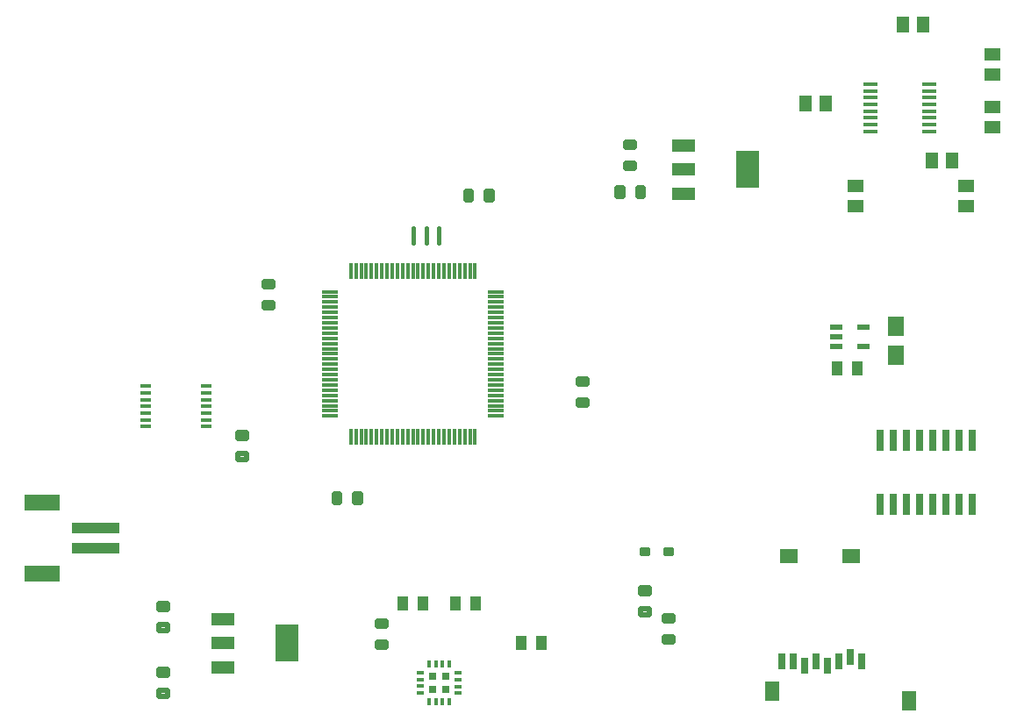
<source format=gbr>
G04 EAGLE Gerber RS-274X export*
G75*
%MOMM*%
%FSLAX34Y34*%
%LPD*%
%INSolderpaste Top*%
%IPPOS*%
%AMOC8*
5,1,8,0,0,1.08239X$1,22.5*%
G01*
%ADD10R,1.100000X1.400000*%
%ADD11R,1.500000X1.950000*%
%ADD12R,1.300000X1.500000*%
%ADD13R,2.235200X1.219200*%
%ADD14R,2.200000X3.600000*%
%ADD15R,0.350000X0.700000*%
%ADD16R,0.700000X0.350000*%
%ADD17R,0.700000X0.700000*%
%ADD18R,0.660400X2.032000*%
%ADD19R,1.200000X0.550000*%
%ADD20R,4.600000X1.000000*%
%ADD21R,3.400000X1.600000*%
%ADD22R,1.500000X1.300000*%
%ADD23C,0.400000*%
%ADD24C,0.550000*%
%ADD25R,1.473200X0.355600*%
%ADD26R,1.500000X0.300000*%
%ADD27R,0.300000X1.500000*%
%ADD28R,0.990600X0.304800*%
%ADD29R,1.400000X1.900000*%
%ADD30R,1.800000X1.400000*%
%ADD31R,0.700000X1.500000*%
%ADD32C,0.450000*%


D10*
X510700Y88900D03*
X530700Y88900D03*
X447200Y127000D03*
X467200Y127000D03*
X396400Y127000D03*
X416400Y127000D03*
D11*
X872490Y394750D03*
X872490Y367250D03*
D10*
X815500Y354330D03*
X835500Y354330D03*
D12*
X804520Y609600D03*
X785520Y609600D03*
X879500Y685800D03*
X898500Y685800D03*
D13*
X223012Y112014D03*
X223012Y88900D03*
X223012Y65786D03*
D14*
X284990Y88900D03*
D13*
X667512Y569214D03*
X667512Y546100D03*
X667512Y522986D03*
D14*
X729490Y546100D03*
D15*
X428550Y32550D03*
X422050Y32550D03*
X435050Y32550D03*
X441550Y32550D03*
D16*
X450300Y41050D03*
X450300Y47300D03*
X450300Y54050D03*
X450300Y60550D03*
D15*
X441550Y69050D03*
X435050Y69050D03*
X428550Y69050D03*
X422050Y69050D03*
D16*
X413550Y60550D03*
X413550Y54050D03*
X413550Y47550D03*
X413550Y41050D03*
D17*
X438300Y44300D03*
X425300Y44300D03*
X425300Y57300D03*
X438300Y57300D03*
D18*
X857250Y223266D03*
X857250Y284734D03*
X869950Y223266D03*
X882650Y223266D03*
X869950Y284734D03*
X882650Y284734D03*
X895350Y223266D03*
X895350Y284734D03*
X908050Y223266D03*
X908050Y284734D03*
X920750Y223266D03*
X933450Y223266D03*
X920750Y284734D03*
X933450Y284734D03*
X946150Y223266D03*
X946150Y284734D03*
D19*
X815040Y394310D03*
X815040Y384810D03*
X815040Y375310D03*
X841040Y375310D03*
X841040Y394310D03*
D20*
X100500Y180500D03*
X100500Y200500D03*
D21*
X48500Y156500D03*
X48500Y224500D03*
D22*
X833120Y511200D03*
X833120Y530200D03*
X965200Y606400D03*
X965200Y587400D03*
X965200Y638200D03*
X965200Y657200D03*
D12*
X907440Y554990D03*
X926440Y554990D03*
D22*
X939800Y511200D03*
X939800Y530200D03*
D23*
X632850Y175800D02*
X626850Y175800D01*
X626850Y179800D01*
X632850Y179800D01*
X632850Y175800D01*
X632850Y179600D02*
X626850Y179600D01*
X649850Y175800D02*
X655850Y175800D01*
X649850Y175800D02*
X649850Y179800D01*
X655850Y179800D01*
X655850Y175800D01*
X655850Y179600D02*
X649850Y179600D01*
D24*
X335650Y224350D02*
X330150Y224350D01*
X330150Y232850D01*
X335650Y232850D01*
X335650Y224350D01*
X335650Y229575D02*
X330150Y229575D01*
X350150Y224350D02*
X355650Y224350D01*
X350150Y224350D02*
X350150Y232850D01*
X355650Y232850D01*
X355650Y224350D01*
X355650Y229575D02*
X350150Y229575D01*
X611700Y567320D02*
X611700Y572820D01*
X620200Y572820D01*
X620200Y567320D01*
X611700Y567320D01*
X611700Y572545D02*
X620200Y572545D01*
X611700Y552820D02*
X611700Y547320D01*
X611700Y552820D02*
X620200Y552820D01*
X620200Y547320D01*
X611700Y547320D01*
X611700Y552545D02*
X620200Y552545D01*
D25*
X904494Y583040D03*
X904494Y589644D03*
X904494Y596248D03*
X904494Y602598D03*
X904494Y609202D03*
X904494Y615552D03*
X904494Y622156D03*
X904494Y628760D03*
X848106Y628760D03*
X848106Y622156D03*
X848106Y615552D03*
X848106Y609202D03*
X848106Y602598D03*
X848106Y596248D03*
X848106Y589644D03*
X848106Y583040D03*
D24*
X648530Y115620D02*
X648530Y110120D01*
X648530Y115620D02*
X657030Y115620D01*
X657030Y110120D01*
X648530Y110120D01*
X648530Y115345D02*
X657030Y115345D01*
X648530Y95620D02*
X648530Y90120D01*
X648530Y95620D02*
X657030Y95620D01*
X657030Y90120D01*
X648530Y90120D01*
X648530Y95345D02*
X657030Y95345D01*
X625670Y136790D02*
X625670Y142290D01*
X634170Y142290D01*
X634170Y136790D01*
X625670Y136790D01*
X625670Y142015D02*
X634170Y142015D01*
X625670Y122290D02*
X625670Y116790D01*
X625670Y122290D02*
X634170Y122290D01*
X634170Y116790D01*
X625670Y116790D01*
X625670Y122015D02*
X634170Y122015D01*
X574480Y318720D02*
X574480Y324220D01*
X574480Y318720D02*
X565980Y318720D01*
X565980Y324220D01*
X574480Y324220D01*
X574480Y323945D02*
X565980Y323945D01*
X574480Y338720D02*
X574480Y344220D01*
X574480Y338720D02*
X565980Y338720D01*
X565980Y344220D01*
X574480Y344220D01*
X574480Y343945D02*
X565980Y343945D01*
X482650Y524950D02*
X477150Y524950D01*
X482650Y524950D02*
X482650Y516450D01*
X477150Y516450D01*
X477150Y524950D01*
X477150Y521675D02*
X482650Y521675D01*
X462650Y524950D02*
X457150Y524950D01*
X462650Y524950D02*
X462650Y516450D01*
X457150Y516450D01*
X457150Y524950D01*
X457150Y521675D02*
X462650Y521675D01*
X262450Y438200D02*
X262450Y432700D01*
X262450Y438200D02*
X270950Y438200D01*
X270950Y432700D01*
X262450Y432700D01*
X262450Y437925D02*
X270950Y437925D01*
X262450Y418200D02*
X262450Y412700D01*
X262450Y418200D02*
X270950Y418200D01*
X270950Y412700D01*
X262450Y412700D01*
X262450Y417925D02*
X270950Y417925D01*
X169350Y43550D02*
X169350Y38050D01*
X160850Y38050D01*
X160850Y43550D01*
X169350Y43550D01*
X169350Y43275D02*
X160850Y43275D01*
X169350Y58050D02*
X169350Y63550D01*
X169350Y58050D02*
X160850Y58050D01*
X160850Y63550D01*
X169350Y63550D01*
X169350Y63275D02*
X160850Y63275D01*
X160850Y121550D02*
X160850Y127050D01*
X169350Y127050D01*
X169350Y121550D01*
X160850Y121550D01*
X160850Y126775D02*
X169350Y126775D01*
X160850Y107050D02*
X160850Y101550D01*
X160850Y107050D02*
X169350Y107050D01*
X169350Y101550D01*
X160850Y101550D01*
X160850Y106775D02*
X169350Y106775D01*
X623200Y528760D02*
X628700Y528760D01*
X628700Y520260D01*
X623200Y520260D01*
X623200Y528760D01*
X623200Y525485D02*
X628700Y525485D01*
X608700Y528760D02*
X603200Y528760D01*
X608700Y528760D02*
X608700Y520260D01*
X603200Y520260D01*
X603200Y528760D01*
X603200Y525485D02*
X608700Y525485D01*
D26*
X486400Y308300D03*
X486400Y313300D03*
X486400Y318300D03*
X486400Y323300D03*
X486400Y328300D03*
X486400Y333300D03*
X486400Y338300D03*
X486400Y343300D03*
X486400Y348300D03*
X486400Y353300D03*
X486400Y358300D03*
X486400Y363300D03*
X486400Y368300D03*
X486400Y373300D03*
X486400Y378300D03*
X486400Y383300D03*
X486400Y388300D03*
X486400Y393300D03*
X486400Y398300D03*
X486400Y403300D03*
X486400Y408300D03*
X486400Y413300D03*
X486400Y418300D03*
X486400Y423300D03*
X486400Y428300D03*
D27*
X466400Y448300D03*
X461400Y448300D03*
X456400Y448300D03*
X451400Y448300D03*
X446400Y448300D03*
X441400Y448300D03*
X436400Y448300D03*
X431400Y448300D03*
X426400Y448300D03*
X421400Y448300D03*
X416400Y448300D03*
X411400Y448300D03*
X406400Y448300D03*
X401400Y448300D03*
X396400Y448300D03*
X391400Y448300D03*
X386400Y448300D03*
X381400Y448300D03*
X376400Y448300D03*
X371400Y448300D03*
X366400Y448300D03*
X361400Y448300D03*
X356400Y448300D03*
X351400Y448300D03*
X346400Y448300D03*
D26*
X326400Y428300D03*
X326400Y423300D03*
X326400Y418300D03*
X326400Y413300D03*
X326400Y408300D03*
X326400Y403300D03*
X326400Y398300D03*
X326400Y393300D03*
X326400Y388300D03*
X326400Y383300D03*
X326400Y378300D03*
X326400Y373300D03*
X326400Y368300D03*
X326400Y363300D03*
X326400Y358300D03*
X326400Y353300D03*
X326400Y348300D03*
X326400Y343300D03*
X326400Y338300D03*
X326400Y333300D03*
X326400Y328300D03*
X326400Y323300D03*
X326400Y318300D03*
X326400Y313300D03*
X326400Y308300D03*
D27*
X346400Y288300D03*
X351400Y288300D03*
X356400Y288300D03*
X361400Y288300D03*
X366400Y288300D03*
X371400Y288300D03*
X376400Y288300D03*
X381400Y288300D03*
X386400Y288300D03*
X391400Y288300D03*
X396400Y288300D03*
X401400Y288300D03*
X406400Y288300D03*
X411400Y288300D03*
X416400Y288300D03*
X421400Y288300D03*
X426400Y288300D03*
X431400Y288300D03*
X436400Y288300D03*
X441400Y288300D03*
X446400Y288300D03*
X451400Y288300D03*
X456400Y288300D03*
X461400Y288300D03*
X466400Y288300D03*
D28*
X148622Y337000D03*
X148622Y330500D03*
X148622Y324000D03*
X148622Y317500D03*
X148622Y311000D03*
X148622Y304500D03*
X148622Y298000D03*
X206978Y298000D03*
X206978Y304500D03*
X206978Y311000D03*
X206978Y317500D03*
X206978Y324000D03*
X206978Y330500D03*
X206978Y337000D03*
D29*
X753300Y42400D03*
X885300Y33400D03*
D30*
X769300Y173400D03*
X829300Y173400D03*
D31*
X762300Y71400D03*
X773300Y71400D03*
X784300Y67400D03*
X795300Y71400D03*
X806300Y67400D03*
X817300Y71400D03*
X828300Y75400D03*
X839300Y71400D03*
D32*
X431100Y475325D02*
X431100Y489875D01*
X419100Y489875D02*
X419100Y475325D01*
X407100Y475325D02*
X407100Y489875D01*
D24*
X237050Y292150D02*
X237050Y286650D01*
X237050Y292150D02*
X245550Y292150D01*
X245550Y286650D01*
X237050Y286650D01*
X237050Y291875D02*
X245550Y291875D01*
X237050Y272150D02*
X237050Y266650D01*
X237050Y272150D02*
X245550Y272150D01*
X245550Y266650D01*
X237050Y266650D01*
X237050Y271875D02*
X245550Y271875D01*
X380170Y90540D02*
X380170Y85040D01*
X371670Y85040D01*
X371670Y90540D01*
X380170Y90540D01*
X380170Y90265D02*
X371670Y90265D01*
X380170Y105040D02*
X380170Y110540D01*
X380170Y105040D02*
X371670Y105040D01*
X371670Y110540D01*
X380170Y110540D01*
X380170Y110265D02*
X371670Y110265D01*
M02*

</source>
